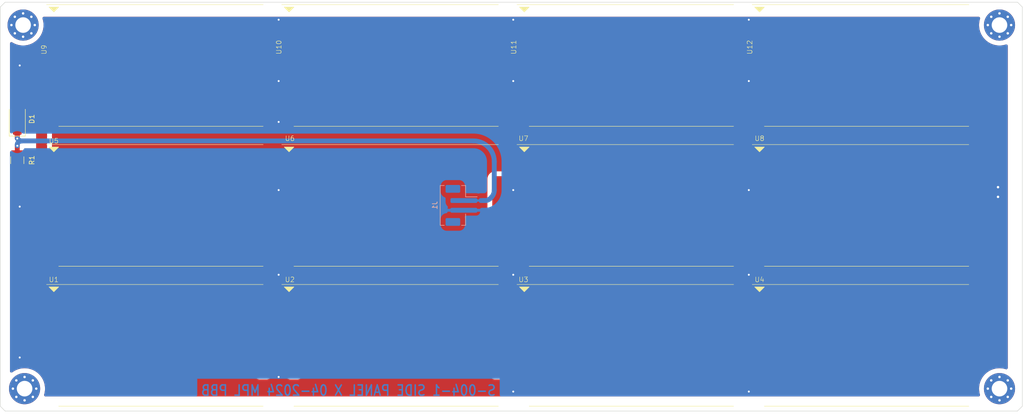
<source format=kicad_pcb>
(kicad_pcb (version 20240108) (generator "pcbnew") (generator_version "8.0")
  (layers (0 "F.Cu" signal) (31 "B.Cu" signal) (34 "B.Paste" user) (35 "F.Paste" user) (36 "B.SilkS" user "B.Silkscreen") (37 "F.SilkS" user "F.Silkscreen") (38 "B.Mask" user) (39 "F.Mask" user) (44 "Edge.Cuts" user))
  (net 0 "")
  (net 1 "Net-(D1-A)")
  (net 2 "Net-(U1-Neg)")
  (net 3 "Net-(U2-Neg)")
  (net 4 "Net-(U3-Neg)")
  (net 5 "/VP")
  (net 6 "Net-(U5-Neg)")
  (net 7 "Net-(U6-Neg)")
  (net 8 "Net-(U7-Neg)")
  (net 9 "Net-(U10-Pos)")
  (net 10 "Net-(U10-Neg)")
  (net 11 "Net-(U11-Neg)")
  (net 12 "/VN")
  (footprint "Sidepanel-footprints:solarBIT" (layer "F.Cu") (at 156.670832 133)
    (property "Reference" "U3" (at -1.170832 -25 0) (layer "F.SilkS") (effects (font (thickness 0.1))))
    (property "Value" "~")
    (fp_line (start -2.5 -24) (end 42 -24) (stroke (width 0.1)) (layer "F.SilkS"))
    (fp_line (start 0 1) (end 42 1) (stroke (width 0.1)) (layer "F.SilkS"))
    (fp_poly (pts (xy -2 -23.5) (xy -1 -22.5) (xy 0 -23.5)) (stroke (width 0.1)) (fill solid) (layer "F.SilkS"))
    (pad "1" smd roundrect (at 0 -11.5) (size 2.5 12) (layers "F.Cu" "F.Paste" "F.Mask") (net 3 "Net-(U2-Neg)"))
    (pad "2" smd roundrect (at 42 -11.5) (size 2.5 12) (layers "F.Cu" "F.Paste" "F.Mask") (net 4 "Net-(U3-Neg)"))
  )
  (footprint "MountingHole:MountingHole_3.2mm_M3_Pad_Via" (layer "F.Cu") (at 253.302944 130.4 90)
    (property "Reference" "H3" (hide yes))
    (property "Value" "MountingHole")
    (pad "1" thru_hole circle (at -2.4 0 90) (size 0.8 0.8) (drill 0.5) (layers "*.Cu" "*.Mask"))
    (pad "1" thru_hole circle (at -1.697056 -1.697056 90) (size 0.8 0.8) (drill 0.5) (layers "*.Cu" "*.Mask"))
    (pad "1" thru_hole circle (at -1.697056 1.697056 90) (size 0.8 0.8) (drill 0.5) (layers "*.Cu" "*.Mask"))
    (pad "1" thru_hole circle (at 0 -2.4 90) (size 0.8 0.8) (drill 0.5) (layers "*.Cu" "*.Mask"))
    (pad "1" thru_hole circle (at 0 0 90) (size 6.4 6.4) (drill 3.2) (layers "*.Cu" "*.Mask"))
    (pad "1" thru_hole circle (at 0 2.4 90) (size 0.8 0.8) (drill 0.5) (layers "*.Cu" "*.Mask"))
    (pad "1" thru_hole circle (at 1.697056 -1.697056 90) (size 0.8 0.8) (drill 0.5) (layers "*.Cu" "*.Mask"))
    (pad "1" thru_hole circle (at 1.697056 1.697056 90) (size 0.8 0.8) (drill 0.5) (layers "*.Cu" "*.Mask"))
    (pad "1" thru_hole circle (at 2.4 0 90) (size 0.8 0.8) (drill 0.5) (layers "*.Cu" "*.Mask"))
  )
  (footprint "Diode_SMD:D_SMA" (layer "F.Cu") (at 51.5 75 90)
    (property "Reference" "D1" (at 0 3 -90) (layer "F.SilkS"))
    (property "Value" "MBRAF260T3G")
    (fp_line (start -3.51 -1.65) (end 2 -1.65) (stroke (width 0.12)) (layer "F.SilkS"))
    (fp_line (start -3.51 -1.65) (end -3.51 1.65) (stroke (width 0.12)) (layer "F.SilkS"))
    (fp_line (start -3.51 1.65) (end 2 1.65) (stroke (width 0.12)) (layer "F.SilkS"))
    (pad "1" smd roundrect (at -2 0 90) (size 2.5 1.8) (layers "F.Cu" "F.Paste" "F.Mask") (roundrect_rratio 0.1388888889) (net 5 "/VP"))
    (pad "2" smd roundrect (at 2 0 90) (size 2.5 1.8) (layers "F.Cu" "F.Paste" "F.Mask") (roundrect_rratio 0.1388888889) (net 1 "Net-(D1-A)"))
  )
  (footprint "Sidepanel-footprints:solarBIT" (layer "F.Cu") (at 205 133)
    (property "Reference" "U4" (at -1 -25 0) (layer "F.SilkS") (effects (font (thickness 0.1))))
    (property "Value" "~")
    (fp_line (start -2.5 -24) (end 42 -24) (stroke (width 0.1)) (layer "F.SilkS"))
    (fp_line (start 0 1) (end 42 1) (stroke (width 0.1)) (layer "F.SilkS"))
    (fp_poly (pts (xy -2 -23.5) (xy -1 -22.5) (xy 0 -23.5)) (stroke (width 0.1)) (fill solid) (layer "F.SilkS"))
    (pad "1" smd roundrect (at 0 -11.5) (size 2.5 12) (layers "F.Cu" "F.Paste" "F.Mask") (net 4 "Net-(U3-Neg)"))
    (pad "2" smd roundrect (at 42 -11.5) (size 2.5 12) (layers "F.Cu" "F.Paste" "F.Mask") (net 12 "/VN"))
  )
  (footprint "Resistor_SMD:R_1210_3225Metric" (layer "F.Cu") (at 51.5 83.4625 -90)
    (property "Reference" "R1" (at 0 -3 90) (layer "F.SilkS"))
    (property "Value" "DNI")
    (fp_line (start -0.723737 1.355) (end 0.723737 1.355) (stroke (width 0.12)) (layer "F.SilkS"))
    (fp_line (start -0.723737 -1.355) (end 0.723737 -1.355) (stroke (width 0.12)) (layer "F.SilkS"))
    (pad "1" smd roundrect (at -1.4625 0 270) (size 1.125 2.65) (layers "F.Cu" "F.Paste" "F.Mask") (roundrect_rratio 0.222222) (net 5 "/VP"))
    (pad "2" smd roundrect (at 1.4625 0 270) (size 1.125 2.65) (layers "F.Cu" "F.Paste" "F.Mask") (roundrect_rratio 0.222222) (net 1 "Net-(D1-A)"))
  )
  (footprint "Sidepanel-footprints:solarBIT" (layer "F.Cu") (at 60.0125 133)
    (property "Reference" "U1" (at -1.0125 -25 0) (layer "F.SilkS") (effects (font (thickness 0.1))))
    (property "Value" "~")
    (fp_line (start -2.5 -24) (end 42 -24) (stroke (width 0.1)) (layer "F.SilkS"))
    (fp_line (start 0 1) (end 42 1) (stroke (width 0.1)) (layer "F.SilkS"))
    (fp_poly (pts (xy -2 -23.5) (xy -1 -22.5) (xy 0 -23.5)) (stroke (width 0.1)) (fill solid) (layer "F.SilkS"))
    (pad "1" smd roundrect (at 0 -11.5) (size 2.5 12) (layers "F.Cu" "F.Paste" "F.Mask") (net 1 "Net-(D1-A)"))
    (pad "2" smd roundrect (at 42 -11.5) (size 2.5 12) (layers "F.Cu" "F.Paste" "F.Mask") (net 2 "Net-(U1-Neg)"))
  )
  (footprint "Sidepanel-footprints:solarBIT" (layer "F.Cu") (at 108.341666 133)
    (property "Reference" "U2" (at -0.841666 -25 0) (layer "F.SilkS") (effects (font (thickness 0.1))))
    (property "Value" "~")
    (fp_line (start -2.5 -24) (end 42 -24) (stroke (width 0.1)) (layer "F.SilkS"))
    (fp_line (start 0 1) (end 42 1) (stroke (width 0.1)) (layer "F.SilkS"))
    (fp_poly (pts (xy -2 -23.5) (xy -1 -22.5) (xy 0 -23.5)) (stroke (width 0.1)) (fill solid) (layer "F.SilkS"))
    (pad "1" smd roundrect (at 0 -11.5) (size 2.5 12) (layers "F.Cu" "F.Paste" "F.Mask") (net 2 "Net-(U1-Neg)"))
    (pad "2" smd roundrect (at 42 -11.5) (size 2.5 12) (layers "F.Cu" "F.Paste" "F.Mask") (net 3 "Net-(U2-Neg)"))
  )
  (footprint "MountingHole:MountingHole_3.2mm_M3_Pad_Via" (layer "F.Cu") (at 52.697056 55.697056 90)
    (property "Reference" "H2" (hide yes))
    (property "Value" "MountingHole")
    (pad "1" thru_hole circle (at -2.4 0 90) (size 0.8 0.8) (drill 0.5) (layers "*.Cu" "*.Mask"))
    (pad "1" thru_hole circle (at -1.697056 -1.697056 90) (size 0.8 0.8) (drill 0.5) (layers "*.Cu" "*.Mask"))
    (pad "1" thru_hole circle (at -1.697056 1.697056 90) (size 0.8 0.8) (drill 0.5) (layers "*.Cu" "*.Mask"))
    (pad "1" thru_hole circle (at 0 -2.4 90) (size 0.8 0.8) (drill 0.5) (layers "*.Cu" "*.Mask"))
    (pad "1" thru_hole circle (at 0 0 90) (size 6.4 6.4) (drill 3.2) (layers "*.Cu" "*.Mask"))
    (pad "1" thru_hole circle (at 0 2.4 90) (size 0.8 0.8) (drill 0.5) (layers "*.Cu" "*.Mask"))
    (pad "1" thru_hole circle (at 1.697056 -1.697056 90) (size 0.8 0.8) (drill 0.5) (layers "*.Cu" "*.Mask"))
    (pad "1" thru_hole circle (at 1.697056 1.697056 90) (size 0.8 0.8) (drill 0.5) (layers "*.Cu" "*.Mask"))
    (pad "1" thru_hole circle (at 2.4 0 90) (size 0.8 0.8) (drill 0.5) (layers "*.Cu" "*.Mask"))
  )
  (footprint "Sidepanel-footprints:solarBIT" (layer "F.Cu") (at 60.0125 75.5)
    (property "Reference" "U9" (at -3.0125 -14.75 90) (layer "F.SilkS") (effects (font (thickness 0.1))))
    (property "Value" "~")
    (fp_line (start -2.5 -24) (end 42 -24) (stroke (width 0.1)) (layer "F.SilkS"))
    (fp_line (start 0 1) (end 42 1) (stroke (width 0.1)) (layer "F.SilkS"))
    (fp_poly (pts (xy -2 -23.5) (xy -1 -22.5) (xy 0 -23.5)) (stroke (width 0.1)) (fill solid) (layer "F.SilkS"))
    (pad "1" smd roundrect (at 0 -11.5) (size 2.5 12) (layers "F.Cu" "F.Paste" "F.Mask") (net 1 "Net-(D1-A)"))
    (pad "2" smd roundrect (at 42 -11.5) (size 2.5 12) (layers "F.Cu" "F.Paste" "F.Mask") (net 9 "Net-(U10-Pos)"))
  )
  (footprint "MountingHole:MountingHole_3.2mm_M3_Pad_Via" (layer "F.Cu") (at 253.302944 55.697056 90)
    (property "Reference" "H4" (hide yes))
    (property "Value" "MountingHole")
    (pad "1" thru_hole circle (at -2.4 0 90) (size 0.8 0.8) (drill 0.5) (layers "*.Cu" "*.Mask"))
    (pad "1" thru_hole circle (at -1.697056 -1.697056 90) (size 0.8 0.8) (drill 0.5) (layers "*.Cu" "*.Mask"))
    (pad "1" thru_hole circle (at -1.697056 1.697056 90) (size 0.8 0.8) (drill 0.5) (layers "*.Cu" "*.Mask"))
    (pad "1" thru_hole circle (at 0 -2.4 90) (size 0.8 0.8) (drill 0.5) (layers "*.Cu" "*.Mask"))
    (pad "1" thru_hole circle (at 0 0 90) (size 6.4 6.4) (drill 3.2) (layers "*.Cu" "*.Mask"))
    (pad "1" thru_hole circle (at 0 2.4 90) (size 0.8 0.8) (drill 0.5) (layers "*.Cu" "*.Mask"))
    (pad "1" thru_hole circle (at 1.697056 -1.697056 90) (size 0.8 0.8) (drill 0.5) (layers "*.Cu" "*.Mask"))
    (pad "1" thru_hole circle (at 1.697056 1.697056 90) (size 0.8 0.8) (drill 0.5) (layers "*.Cu" "*.Mask"))
    (pad "1" thru_hole circle (at 2.4 0 90) (size 0.8 0.8) (drill 0.5) (layers "*.Cu" "*.Mask"))
  )
  (footprint "Sidepanel-footprints:solarBIT" (layer "F.Cu") (at 205 75.5)
    (property "Reference" "U12" (at -3 -15.25 90) (layer "F.SilkS") (effects (font (thickness 0.1))))
    (property "Value" "~")
    (fp_line (start -2.5 -24) (end 42 -24) (stroke (width 0.1)) (layer "F.SilkS"))
    (fp_line (start 0 1) (end 42 1) (stroke (width 0.1)) (layer "F.SilkS"))
    (fp_poly (pts (xy -2 -23.5) (xy -1 -22.5) (xy 0 -23.5)) (stroke (width 0.1)) (fill solid) (layer "F.SilkS"))
    (pad "1" smd roundrect (at 0 -11.5) (size 2.5 12) (layers "F.Cu" "F.Paste" "F.Mask") (net 11 "Net-(U11-Neg)"))
    (pad "2" smd roundrect (at 42 -11.5) (size 2.5 12) (layers "F.Cu" "F.Paste" "F.Mask") (net 12 "/VN"))
  )
  (footprint "Sidepanel-footprints:solarBIT" (layer "F.Cu") (at 156.670832 104.25)
    (property "Reference" "U7" (at -1.170832 -25.25 0) (layer "F.SilkS") (effects (font (thickness 0.1))))
    (property "Value" "~")
    (fp_line (start -2.5 -24) (end 42 -24) (stroke (width 0.1)) (layer "F.SilkS"))
    (fp_line (start 0 1) (end 42 1) (stroke (width 0.1)) (layer "F.SilkS"))
    (fp_poly (pts (xy -2 -23.5) (xy -1 -22.5) (xy 0 -23.5)) (stroke (width 0.1)) (fill solid) (layer "F.SilkS"))
    (pad "1" smd roundrect (at 0 -11.5) (size 2.5 12) (layers "F.Cu" "F.Paste" "F.Mask") (net 7 "Net-(U6-Neg)"))
    (pad "2" smd roundrect (at 42 -11.5) (size 2.5 12) (layers "F.Cu" "F.Paste" "F.Mask") (net 8 "Net-(U7-Neg)"))
  )
  (footprint "Sidepanel-footprints:solarBIT" (layer "F.Cu") (at 108.341666 75.5)
    (property "Reference" "U10" (at -3.091666 -15.25 90) (layer "F.SilkS") (effects (font (thickness 0.1))))
    (property "Value" "~")
    (fp_line (start -2.5 -24) (end 42 -24) (stroke (width 0.1)) (layer "F.SilkS"))
    (fp_line (start 0 1) (end 42 1) (stroke (width 0.1)) (layer "F.SilkS"))
    (fp_poly (pts (xy -2 -23.5) (xy -1 -22.5) (xy 0 -23.5)) (stroke (width 0.1)) (fill solid) (layer "F.SilkS"))
    (pad "1" smd roundrect (at 0 -11.5) (size 2.5 12) (layers "F.Cu" "F.Paste" "F.Mask") (net 9 "Net-(U10-Pos)"))
    (pad "2" smd roundrect (at 42 -11.5) (size 2.5 12) (layers "F.Cu" "F.Paste" "F.Mask") (net 10 "Net-(U10-Neg)"))
  )
  (footprint "Sidepanel-footprints:solarBIT" (layer "F.Cu") (at 60.0125 104.25)
    (property "Reference" "U5" (at -1.0125 -24.75 0) (layer "F.SilkS") (effects (font (thickness 0.1))))
    (property "Value" "~")
    (fp_line (start -2.5 -24) (end 42 -24) (stroke (width 0.1)) (layer "F.SilkS"))
    (fp_line (start 0 1) (end 42 1) (stroke (width 0.1)) (layer "F.SilkS"))
    (fp_poly (pts (xy -2 -23.5) (xy -1 -22.5) (xy 0 -23.5)) (stroke (width 0.1)) (fill solid) (layer "F.SilkS"))
    (pad "1" smd roundrect (at 0 -11.5) (size 2.5 12) (layers "F.Cu" "F.Paste" "F.Mask") (net 1 "Net-(D1-A)"))
    (pad "2" smd roundrect (at 42 -11.5) (size 2.5 12) (layers "F.Cu" "F.Paste" "F.Mask") (net 6 "Net-(U5-Neg)"))
  )
  (footprint "MountingHole:MountingHole_3.2mm_M3_Pad_Via" (layer "F.Cu") (at 53 130.4 90)
    (property "Reference" "H1" (hide yes))
    (property "Value" "MountingHole")
    (pad "1" thru_hole circle (at -2.4 0 90) (size 0.8 0.8) (drill 0.5) (layers "*.Cu" "*.Mask"))
    (pad "1" thru_hole circle (at -1.697056 -1.697056 90) (size 0.8 0.8) (drill 0.5) (layers "*.Cu" "*.Mask"))
    (pad "1" thru_hole circle (at -1.697056 1.697056 90) (size 0.8 0.8) (drill 0.5) (layers "*.Cu" "*.Mask"))
    (pad "1" thru_hole circle (at 0 -2.4 90) (size 0.8 0.8) (drill 0.5) (layers "*.Cu" "*.Mask"))
    (pad "1" thru_hole circle (at 0 0 90) (size 6.4 6.4) (drill 3.2) (layers "*.Cu" "*.Mask"))
    (pad "1" thru_hole circle (at 0 2.4 90) (size 0.8 0.8) (drill 0.5) (layers "*.Cu" "*.Mask"))
    (pad "1" thru_hole circle (at 1.697056 -1.697056 90) (size 0.8 0.8) (drill 0.5) (layers "*.Cu" "*.Mask"))
    (pad "1" thru_hole circle (at 1.697056 1.697056 90) (size 0.8 0.8) (drill 0.5) (layers "*.Cu" "*.Mask"))
    (pad "1" thru_hole circle (at 2.4 0 90) (size 0.8 0.8) (drill 0.5) (layers "*.Cu" "*.Mask"))
  )
  (footprint "Sidepanel-footprints:solarBIT" (layer "F.Cu") (at 156.670832 75.5)
    (property "Reference" "U11" (at -3.170832 -15.25 90) (layer "F.SilkS") (effects (font (thickness 0.1))))
    (property "Value" "~")
    (fp_line (start -2.5 -24) (end 42 -24) (stroke (width 0.1)) (layer "F.SilkS"))
    (fp_line (start 0 1) (end 42 1) (stroke (width 0.1)) (layer "F.SilkS"))
    (fp_poly (pts (xy -2 -23.5) (xy -1 -22.5) (xy 0 -23.5)) (stroke (width 0.1)) (fill solid) (layer "F.SilkS"))
    (pad "1" smd roundrect (at 0 -11.5) (size 2.5 12) (layers "F.Cu" "F.Paste" "F.Mask") (net 10 "Net-(U10-Neg)"))
    (pad "2" smd roundrect (at 42 -11.5) (size 2.5 12) (layers "F.Cu" "F.Paste" "F.Mask") (net 11 "Net-(U11-Neg)"))
  )
  (footprint "Sidepanel-footprints:solarBIT" (layer "F.Cu") (at 108.341666 104.25)
    (property "Reference" "U6" (at -0.841666 -25.25 0) (layer "F.SilkS") (effects (font (thickness 0.1))))
    (property "Value" "~")
    (fp_line (start -2.5 -24) (end 42 -24) (stroke (width 0.1)) (layer "F.SilkS"))
    (fp_line (start 0 1) (end 42 1) (stroke (width 0.1)) (layer "F.SilkS"))
    (fp_poly (pts (xy -2 -23.5) (xy -1 -22.5) (xy 0 -23.5)) (stroke (width 0.1)) (fill solid) (layer "F.SilkS"))
    (pad "1" smd roundrect (at 0 -11.5) (size 2.5 12) (layers "F.Cu" "F.Paste" "F.Mask") (net 6 "Net-(U5-Neg)"))
    (pad "2" smd roundrect (at 42 -11.5) (size 2.5 12) (layers "F.Cu" "F.Paste" "F.Mask") (net 7 "Net-(U6-Neg)"))
  )
  (footprint "Sidepanel-footprints:solarBIT" (layer "F.Cu") (at 205 104.25)
    (property "Reference" "U8" (at -1 -25.25 0) (layer "F.SilkS") (effects (font (thickness 0.1))))
    (property "Value" "~")
    (fp_line (start -2.5 -24) (end 42 -24) (stroke (width 0.1)) (layer "F.SilkS"))
    (fp_line (start 0 1) (end 42 1) (stroke (width 0.1)) (layer "F.SilkS"))
    (fp_poly (pts (xy -2 -23.5) (xy -1 -22.5) (xy 0 -23.5)) (stroke (width 0.1)) (fill solid) (layer "F.SilkS"))
    (pad "1" smd roundrect (at 0 -11.5) (size 2.5 12) (layers "F.Cu" "F.Paste" "F.Mask") (net 8 "Net-(U7-Neg)"))
    (pad "2" smd roundrect (at 42 -11.5) (size 2.5 12) (layers "F.Cu" "F.Paste" "F.Mask") (net 12 "/VN"))
  )
  (footprint "Connector_JST:JST_PH_B2B-PH-SM4-TB_1x02-1MP_P2.00mm_Vertical" (layer "B.Cu") (at 142.75 92.75 -90)
    (property "Reference" "J1" (at 0 5.45 90) (layer "B.SilkS") (effects (justify mirror)))
    (property "Value" "Conn_01x02_Pin")
    (fp_line (start -4.085 4.36) (end -4.085 3.51) (stroke (width 0.12)) (layer "B.SilkS"))
    (fp_line (start 4.085 4.36) (end -4.085 4.36) (stroke (width 0.12)) (layer "B.SilkS"))
    (fp_line (start 4.085 3.51) (end 4.085 4.36) (stroke (width 0.12)) (layer "B.SilkS"))
    (fp_line (start -4.085 -0.86) (end -4.085 -0.01) (stroke (width 0.12)) (layer "B.SilkS"))
    (fp_line (start -1.76 -0.86) (end -4.085 -0.86) (stroke (width 0.12)) (layer "B.SilkS"))
    (fp_line (start 1.76 -0.86) (end 4.085 -0.86) (stroke (width 0.12)) (layer "B.SilkS"))
    (fp_line (start 4.085 -0.86) (end 4.085 -0.01) (stroke (width 0.12)) (layer "B.SilkS"))
    (fp_line (start -1.76 -3.25) (end -1.76 -0.86) (stroke (width 0.12)) (layer "B.SilkS"))
    (pad "1" smd roundrect (at -1 -0.5 270) (size 1 5.5) (layers "B.Cu" "B.Paste" "B.Mask") (net 5 "/VP"))
    (pad "2" smd roundrect (at 1 -0.5 270) (size 1 5.5) (layers "B.Cu" "B.Paste" "B.Mask") (net 12 "/VN"))
    (pad "MP" smd roundrect (at -3.4 1.75 270) (size 1.6 3) (layers "B.Cu" "B.Paste" "B.Mask") (roundrect_rratio 0.15625))
    (pad "MP" smd roundrect (at 3.4 1.75 270) (size 1.6 3) (layers "B.Cu" "B.Paste" "B.Mask") (roundrect_rratio 0.15625))
  )
  (gr_line (start 257 51) (end 49 51) (stroke (width 0.1)) (layer "Edge.Cuts"))
  (gr_line (start 49 135) (end 48 134) (stroke (width 0.1)) (layer "Edge.Cuts"))
  (gr_line (start 48 52) (end 48 134) (stroke (width 0.1)) (layer "Edge.Cuts"))
  (gr_line (start 257 135) (end 258 134) (stroke (width 0.1)) (layer "Edge.Cuts"))
  (gr_line (start 48 52) (end 49 51) (stroke (width 0.1)) (layer "Edge.Cuts"))
  (gr_line (start 257 51) (end 258 52) (stroke (width 0.1)) (layer "Edge.Cuts"))
  (gr_line (start 49 135) (end 257 135) (stroke (width 0.1)) (layer "Edge.Cuts"))
  (gr_line (start 258 134) (end 258 52) (stroke (width 0.1)) (layer "Edge.Cuts"))
  (gr_text "S-004-1 SIDE PANEL X 04-2024 MPL PBB" (at 150 132 0) (layer "B.Cu") (effects (font (size 2.1 1.8) (thickness 0.3)) (justify left bottom mirror)))
  (segment (start 56.5 92.676776) (end 56.5 119.792893) (width 2.25) (layer "F.Cu") (net 1))
  (segment (start 56.926776 92.75) (end 60.0125 92.75) (width 2.25) (layer "F.Cu") (net 1))
  (segment (start 51.5 85.7125) (end 51.5 84.925) (width 1) (layer "F.Cu") (net 1))
  (segment (start 51.5 71.75) (end 51.5 73) (width 1) (layer "F.Cu") (net 1))
  (segment (start 55 68.5) (end 54.914213 68.5) (width 1) (layer "F.Cu") (net 1))
  (segment (start 56.5 86.25) (end 56.5 89.75) (width 2.25) (layer "F.Cu") (net 1))
  (segment (start 52.499999 69.499999) (end 52.383883 69.616116) (width 1) (layer "F.Cu") (net 1))
  (segment (start 56.5 67) (end 56.5 65.707106) (width 2.25) (layer "F.Cu") (net 1))
  (segment (start 56.5 67) (end 56.5 70) (width 2.25) (layer "F.Cu") (net 1))
  (segment (start 52.25 87.25) (end 52.056846 87.056846) (width 1) (layer "F.Cu") (net 1))
  (segment (start 58.207106 121.5) (end 60.0125 121.5) (width 2.25) (layer "F.Cu") (net 1))
  (segment (start 56.5 70) (end 56.5 86.25) (width 2.25) (layer "F.Cu") (net 1))
  (segment (start 54.75 88) (end 54.06066 88) (width 1) (layer "F.Cu") (net 1))
  (segment (start 58.207106 64) (end 60.0125 64) (width 2.25) (layer "F.Cu") (net 1))
  (segment (start 56.5 92.323223) (end 56.5 89.75) (width 2.25) (layer "F.Cu") (net 1))
  (segment (start 56.5 92.676776) (end 56.5 92.323223) (width 2.25) (layer "F.Cu") (net 1))
  (arc (start 51.5 85.7125) (mid 51.644719 86.440054) (end 52.056846 87.056846) (width 1) (layer "F.Cu") (net 1))
  (arc (start 52.25 87.25) (mid 53.080737 87.805081) (end 54.06066 88) (width 1) (layer "F.Cu") (net 1))
  (arc (start 54.914213 68.5) (mid 53.60765 68.759891) (end 52.499999 69.499999) (width 1) (layer "F.Cu") (net 1))
  (arc (start 56.5 92.323223) (mid 56.532486 92.486543) (end 56.625 92.625) (width 2.25) (layer "F.Cu") (net 1))
  (arc (start 56.625 92.625) (mid 56.763456 92.717513) (end 56.926776 92.75) (width 2.25) (layer "F.Cu") (net 1))
  (arc (start 56.5 89.75) (mid 55.987436 88.512563) (end 54.75 88) (width 1.5) (layer "F.Cu") (net 1))
  (arc (start 52.383883 69.616116) (mid 51.729713 70.59515) (end 51.5 71.75) (width 1) (layer "F.Cu") (net 1))
  (arc (start 56.5 119.792893) (mid 56.629945 120.446174) (end 57 121) (width 2.25) (layer "F.Cu") (net 1))
  (arc (start 54.75 88) (mid 55.987436 87.487436) (end 56.5 86.25) (width 1) (layer "F.Cu") (net 1))
  (arc (start 58.207106 64) (mid 57.553825 64.129945) (end 57 64.5) (width 2.25) (layer "F.Cu") (net 1))
  (arc (start 57 64.5) (mid 56.629945 65.053825) (end 56.5 65.707106) (width 2.25) (layer "F.Cu") (net 1))
  (arc (start 56.625 92.625) (mid 56.545201 92.609126) (end 56.5 92.676776) (width 2.25) (layer "F.Cu") (net 1))
  (arc (start 57 121) (mid 57.553825 121.370054) (end 58.207106 121.5) (width 2.25) (layer "F.Cu") (net 1))
  (arc (start 56.5 70) (mid 56.06066 68.939339) (end 55 68.5) (width 1.5) (layer "F.Cu") (net 1))
  (arc (start 55 68.5) (mid 56.06066 68.06066) (end 56.5 67) (width 1) (layer "F.Cu") (net 1))
  (segment (start 108.341666 121.5) (end 102.0125 121.5) (width 2.25) (layer "F.Cu") (net 2))
  (segment (start 156.670832 121.5) (end 151.0125 121.5) (width 2.25) (layer "F.Cu") (net 3))
  (segment (start 205 121.5) (end 198.670832 121.5) (width 2.25) (layer "F.Cu") (net 4))
  (segment (start 51.5 79) (end 51.5 77) (width 1) (layer "F.Cu") (net 5))
  (segment (start 51.5 80.5) (end 51.5 82) (width 1) (layer "F.Cu") (net 5))
  (via (at 51.5 80.5) (size 0.85) (drill 0.4) (layers "F.Cu" "B.Cu") (net 5))
  (via (at 51.5 79) (size 0.85) (drill 0.4) (layers "F.Cu" "B.Cu") (net 5))
  (segment (start 146.75 91.75) (end 146.25 91.75) (width 0.4) (layer "B.Cu") (net 5))
  (segment (start 146.25 91.75) (end 143.25 91.75) (width 0.4) (layer "B.Cu") (net 5))
  (segment (start 145.232233 79.5) (end 52.353553 79.5) (width 1) (layer "B.Cu") (net 5))
  (segment (start 149.5 83.767766) (end 149.5 89.616116) (width 1) (layer "B.Cu") (net 5))
  (segment (start 51.5 80.5) (end 51.5 80.25) (width 1) (layer "B.Cu") (net 5))
  (segment (start 51.5 79) (end 51.75 79.25) (width 1) (layer "B.Cu") (net 5))
  (segment (start 148.874999 91.124999) (end 148.691941 91.308058) (width 1) (layer "B.Cu") (net 5))
  (segment (start 147.25 91.75) (end 146.75 91.75) (width 1) (layer "B.Cu") (net 5))
  (segment (start 147.625 91.75) (end 147.25 91.75) (width 1) (layer "B.Cu") (net 5))
  (segment (start 51.676776 79.823223) (end 51.75 79.75) (width 1) (layer "B.Cu") (net 5))
  (arc (start 51.75 79.25) (mid 52.026912 79.435027) (end 52.353553 79.5) (width 1) (layer "B.Cu") (net 5))
  (arc (start 149.5 89.616116) (mid 149.337567 90.432717) (end 148.874999 91.124999) (width 1) (layer "B.Cu") (net 5))
  (arc (start 148.691941 91.308058) (mid 148.202424 91.635143) (end 147.625 91.75) (width 1) (layer "B.Cu") (net 5))
  (arc (start 51.676776 79.823223) (mid 51.545942 80.01903) (end 51.5 80.25) (width 1) (layer "B.Cu") (net 5))
  (arc (start 148.25 80.75) (mid 149.175135 82.134562) (end 149.5 83.767766) (width 1) (layer "B.Cu") (net 5))
  (arc (start 51.75 79.75) (mid 51.853553 79.5) (end 51.75 79.25) (width 1) (layer "B.Cu") (net 5))
  (arc (start 148.25 80.75) (mid 146.865436 79.824864) (end 145.232233 79.5) (width 1) (layer "B.Cu") (net 5))
  (arc (start 52.353553 79.5) (mid 52.026912 79.564972) (end 51.75 79.75) (width 1) (layer "B.Cu") (net 5))
  (segment (start 102.0125 92.75) (end 108.341666 92.75) (width 2.25) (layer "F.Cu") (net 6))
  (segment (start 151.0125 92.75) (end 156.670832 92.75) (width 2.25) (layer "F.Cu") (net 7))
  (segment (start 198.670832 92.75) (end 205 92.75) (width 2.25) (layer "F.Cu") (net 8))
  (segment (start 102.0125 64) (end 108.341666 64) (width 2.25) (layer "F.Cu") (net 9))
  (segment (start 151.0125 64) (end 156.670832 64) (width 2.25) (layer "F.Cu") (net 10))
  (segment (start 198.670832 64) (end 205 64) (width 2.25) (layer "F.Cu") (net 11))
  (segment (start 253 115.746036) (end 253 93.176776) (width 2.25) (layer "F.Cu") (net 12))
  (segment (start 253 70.253963) (end 253 91) (width 2.25) (layer "F.Cu") (net 12))
  (segment (start 252.573223 92.75) (end 247 92.75) (width 2.25) (layer "F.Cu") (net 12))
  (segment (start 250.383883 120.616116) (end 251.406207 119.593792) (width 2.25) (layer "F.Cu") (net 12))
  (segment (start 253 92.823223) (end 253 93.176776) (width 2.25) (layer "F.Cu") (net 12))
  (segment (start 251.406207 66.406207) (end 249.707106 64.707106) (width 2.25) (layer "F.Cu") (net 12))
  (segment (start 253 91) (end 253 92.823223) (width 2.25) (layer "F.Cu") (net 12))
  (segment (start 248.25 121.5) (end 247 121.5) (width 2.25) (layer "F.Cu") (net 12))
  (segment (start 248 64) (end 247 64) (width 2.25) (layer "F.Cu") (net 12))
  (via (at 52 124) (size 0.85) (drill 0.4) (layers "F.Cu" "B.Cu") (net 12))
  (via (at 201.8 107) (size 0.85) (drill 0.4) (layers "F.Cu" "B.Cu") (net 12))
  (via (at 105.2 89.6) (size 0.85) (drill 0.4) (layers "F.Cu" "B.Cu") (net 12))
  (via (at 153.4 131) (size 0.85) (drill 0.4) (layers "F.Cu" "B.Cu") (net 12))
  (via (at 105.2 54.6) (size 0.85) (drill 0.4) (layers "F.Cu" "B.Cu") (net 12))
  (via (at 153.4 67.2) (size 0.85) (drill 0.4) (layers "F.Cu" "B.Cu") (net 12))
  (via (at 105.2 75.6) (size 0.85) (drill 0.4) (layers "F.Cu" "B.Cu") (net 12))
  (via (at 153.4 107) (size 0.85) (drill 0.4) (layers "F.Cu" "B.Cu") (net 12))
  (via (at 52 64) (size 0.85) (drill 0.4) (layers "F.Cu" "B.Cu") (net 12))
  (via (at 201.8 131) (size 0.85) (drill 0.4) (layers "F.Cu" "B.Cu") (net 12))
  (via (at 201.8 67.2) (size 0.85) (drill 0.4) (layers "F.Cu" "B.Cu") (net 12))
  (via (at 253 91) (size 1.5) (drill 0.5) (layers "F.Cu" "B.Cu") (net 12))
  (via (at 105.2 107) (size 0.85) (drill 0.4) (layers "F.Cu" "B.Cu") (net 12))
  (via (at 153.4 54.6) (size 0.85) (drill 0.4) (layers "F.Cu" "B.Cu") (net 12))
  (via (at 201.8 89.6) (size 0.85) (drill 0.4) (layers "F.Cu" "B.Cu") (net 12))
  (via (at 105.2 128) (size 0.85) (drill 0.4) (layers "F.Cu" "B.Cu") (net 12))
  (via (at 105.2 67.2) (size 0.85) (drill 0.4) (layers "F.Cu" "B.Cu") (net 12))
  (via (at 253 89) (size 1.5) (drill 0.5) (layers "F.Cu" "B.Cu") (net 12))
  (via (at 153.4 89.6) (size 0.85) (drill 0.4) (layers "F.Cu" "B.Cu") (net 12))
  (via (at 201.8 54.6) (size 0.85) (drill 0.4) (layers "F.Cu" "B.Cu") (net 12))
  (via (at 52 93) (size 0.85) (drill 0.4) (layers "F.Cu" "B.Cu") (net 12))
  (arc (start 253 93.176776) (mid 252.967513 93.013456) (end 252.875 92.875) (width 2.25) (layer "F.Cu") (net 12))
  (arc (start 253 115.746036) (mid 252.585786 117.828426) (end 251.406207 119.593792) (width 2.25) (layer "F.Cu") (net 12))
  (arc (start 249.707106 64.707106) (mid 248.923879 64.18377) (end 248 64) (width 2.25) (layer "F.Cu") (net 12))
  (arc (start 252.875 92.875) (mid 252.954798 92.890872) (end 253 92.823223) (width 2.25) (layer "F.Cu") (net 12))
  (arc (start 251.406207 66.406207) (mid 252.585786 68.171572) (end 253 70.253963) (width 2.25) (layer "F.Cu") (net 12))
  (arc (start 250.383883 120.616116) (mid 249.404849 121.270286) (end 248.25 121.5) (width 2.25) (layer "F.Cu") (net 12))
  (arc (start 252.875 92.875) (mid 252.736543 92.782486) (end 252.573223 92.75) (width 2.25) (layer "F.Cu") (net 12))
  (segment (start 252.042061 90.004495) (end 253 91) (width 1) (layer "B.Cu") (net 12))
  (segment (start 147.914644 93.75) (end 143.25 93.75) (width 0.4) (layer "B.Cu") (net 12))
  (segment (start 156.657291 93.957405) (end 148.035349 93.800642) (width 1) (layer "B.Cu") (net 12))
  (segment (start 252.25 89.220588) (end 253 89) (width 1) (layer "B.Cu") (net 12))
  (segment (start 250.75 89.661764) (end 238.236454 93.342219) (width 1) (layer "B.Cu") (net 12))
  (segment (start 250.75 89.661764) (end 252.25 89.220588) (width 1) (layer "B.Cu") (net 12))
  (segment (start 161.343095 94) (end 233.668818 94) (width 1) (layer "B.Cu") (net 12))
  (arc (start 147.975 93.775) (mid 148.002684 93.79368) (end 148.035349 93.800642) (width 0.4) (layer "B.Cu") (net 12))
  (arc (start 252.25 89.220588) (mid 251.925381 89.554012) (end 252.042061 90.004495) (width 1) (layer "B.Cu") (net 12))
  (arc (start 238.236454 93.342219) (mid 235.976196 93.83471) (end 233.668818 94) (width 1) (layer "B.Cu") (net 12))
  (arc (start 147.975 93.775) (mid 147.947308 93.756497) (end 147.914644 93.75) (width 0.4) (layer "B.Cu") (net 12))
  (arc (start 156.657291 93.957405) (mid 159.000096 93.989351) (end 161.343095 94) (width 1) (layer "B.Cu") (net 12))
  (arc (start 252.042061 90.004495) (mid 251.44395 89.652477) (end 250.75 89.661764) (width 1) (layer "B.Cu") (net 12))
  (zone (net 12) (net_name "/VN") (layers "F&B.Cu") (connect_pads (clearance 1)) (min_thickness 0.6) (fill yes (thermal_gap 0.6) (thermal_bridge_width 0.6))
    (polygon (pts (xy 255 54) (xy 50 54) (xy 50 132) (xy 255 132)))
  )
)
</source>
